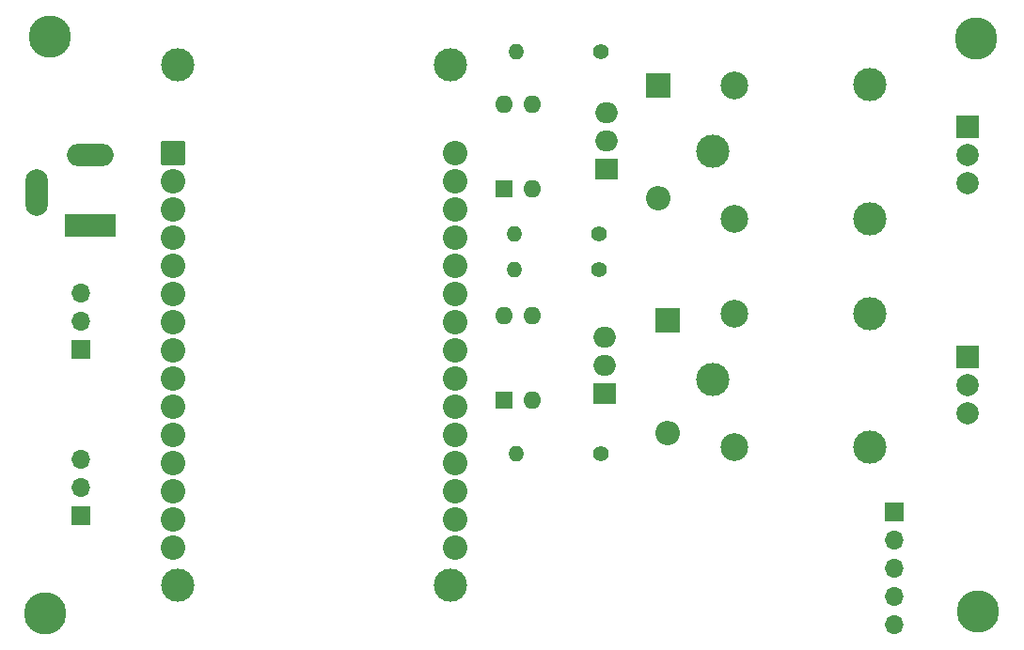
<source format=gbr>
%TF.GenerationSoftware,KiCad,Pcbnew,8.0.4+dfsg-1*%
%TF.CreationDate,2024-09-04T10:49:34-05:00*%
%TF.ProjectId,GreenHouse_automation,47726565-6e48-46f7-9573-655f6175746f,rev?*%
%TF.SameCoordinates,Original*%
%TF.FileFunction,Soldermask,Top*%
%TF.FilePolarity,Negative*%
%FSLAX46Y46*%
G04 Gerber Fmt 4.6, Leading zero omitted, Abs format (unit mm)*
G04 Created by KiCad (PCBNEW 8.0.4+dfsg-1) date 2024-09-04 10:49:34*
%MOMM*%
%LPD*%
G01*
G04 APERTURE LIST*
G04 Aperture macros list*
%AMRoundRect*
0 Rectangle with rounded corners*
0 $1 Rounding radius*
0 $2 $3 $4 $5 $6 $7 $8 $9 X,Y pos of 4 corners*
0 Add a 4 corners polygon primitive as box body*
4,1,4,$2,$3,$4,$5,$6,$7,$8,$9,$2,$3,0*
0 Add four circle primitives for the rounded corners*
1,1,$1+$1,$2,$3*
1,1,$1+$1,$4,$5*
1,1,$1+$1,$6,$7*
1,1,$1+$1,$8,$9*
0 Add four rect primitives between the rounded corners*
20,1,$1+$1,$2,$3,$4,$5,0*
20,1,$1+$1,$4,$5,$6,$7,0*
20,1,$1+$1,$6,$7,$8,$9,0*
20,1,$1+$1,$8,$9,$2,$3,0*%
G04 Aperture macros list end*
%ADD10C,3.800000*%
%ADD11R,1.700000X1.700000*%
%ADD12O,1.700000X1.700000*%
%ADD13R,2.000000X2.000000*%
%ADD14C,2.000000*%
%ADD15R,1.600000X1.600000*%
%ADD16O,1.600000X1.600000*%
%ADD17C,3.000000*%
%ADD18C,2.500000*%
%ADD19O,1.400000X1.400000*%
%ADD20C,1.400000*%
%ADD21R,2.200000X2.200000*%
%ADD22O,2.200000X2.200000*%
%ADD23R,2.000000X1.905000*%
%ADD24O,2.000000X1.905000*%
%ADD25R,4.600000X2.000000*%
%ADD26O,4.200000X2.000000*%
%ADD27O,2.000000X4.200000*%
%ADD28RoundRect,0.102000X-1.000000X-1.000000X1.000000X-1.000000X1.000000X1.000000X-1.000000X1.000000X0*%
%ADD29C,2.204000*%
G04 APERTURE END LIST*
D10*
%TO.C,*%
X87000000Y-55800000D03*
%TD*%
%TO.C,*%
X87000000Y-55800000D03*
%TD*%
%TO.C,*%
X87000000Y-55800000D03*
%TD*%
%TO.C,H3*%
X87000000Y-55800000D03*
%TD*%
%TO.C,H4*%
X3000000Y-56000000D03*
%TD*%
D11*
%TO.C,J6*%
X79400000Y-46860000D03*
D12*
X79400000Y-49400000D03*
X79400000Y-51940000D03*
X79400000Y-54480000D03*
X79400000Y-57020000D03*
%TD*%
D13*
%TO.C,J3*%
X86000000Y-32860000D03*
D14*
X86000000Y-35400000D03*
X86000000Y-37940000D03*
%TD*%
D15*
%TO.C,U3*%
X44275000Y-36750000D03*
D16*
X46815000Y-36750000D03*
X46815000Y-29130000D03*
X44275000Y-29130000D03*
%TD*%
D17*
%TO.C,K1*%
X63050000Y-14350000D03*
D18*
X65000000Y-20400000D03*
D17*
X77200000Y-20400000D03*
X77250000Y-8350000D03*
D18*
X65000000Y-8400000D03*
%TD*%
D19*
%TO.C,R3*%
X45210000Y-25000000D03*
D20*
X52830000Y-25000000D03*
%TD*%
D21*
%TO.C,D1*%
X58200000Y-8440000D03*
D22*
X58200000Y-18600000D03*
%TD*%
D20*
%TO.C,R4*%
X53030000Y-41600000D03*
D19*
X45410000Y-41600000D03*
%TD*%
D11*
%TO.C,J4*%
X6200000Y-32200000D03*
D12*
X6200000Y-29660000D03*
X6200000Y-27120000D03*
%TD*%
D23*
%TO.C,Q1*%
X53550000Y-15950000D03*
D24*
X53550000Y-13410000D03*
X53550000Y-10870000D03*
%TD*%
D15*
%TO.C,U2*%
X44275000Y-17750000D03*
D16*
X46815000Y-17750000D03*
X46815000Y-10130000D03*
X44275000Y-10130000D03*
%TD*%
D10*
%TO.C,H2*%
X86800000Y-4200000D03*
%TD*%
%TO.C,H1*%
X3400000Y-4000000D03*
%TD*%
D19*
%TO.C,R2*%
X45200000Y-21800000D03*
D20*
X52820000Y-21800000D03*
%TD*%
D12*
%TO.C,J5*%
X6200000Y-42120000D03*
X6200000Y-44660000D03*
D11*
X6200000Y-47200000D03*
%TD*%
D20*
%TO.C,R1*%
X53000000Y-5400000D03*
D19*
X45380000Y-5400000D03*
%TD*%
D25*
%TO.C,J1*%
X7000000Y-21000000D03*
D26*
X7000000Y-14700000D03*
D27*
X2200000Y-18100000D03*
%TD*%
D21*
%TO.C,D2*%
X59000000Y-29600000D03*
D22*
X59000000Y-39760000D03*
%TD*%
D23*
%TO.C,Q2*%
X53345000Y-36140000D03*
D24*
X53345000Y-33600000D03*
X53345000Y-31060000D03*
%TD*%
D17*
%TO.C,U1*%
X14920000Y-6525000D03*
X14920000Y-53475000D03*
X39430000Y-6525000D03*
X39430000Y-53475000D03*
D28*
X14500000Y-14485000D03*
D29*
X14500000Y-17025000D03*
X14500000Y-19565000D03*
X14500000Y-22105000D03*
X14500000Y-24645000D03*
X14500000Y-27185000D03*
X14500000Y-29725000D03*
X14500000Y-32265000D03*
X14500000Y-34805000D03*
X14500000Y-37345000D03*
X14500000Y-39885000D03*
X14500000Y-42425000D03*
X14500000Y-44965000D03*
X14500000Y-47505000D03*
X14500000Y-50045000D03*
X39900000Y-50045000D03*
X39900000Y-47505000D03*
X39900000Y-44965000D03*
X39900000Y-42425000D03*
X39900000Y-39885000D03*
X39900000Y-37345000D03*
X39900000Y-34805000D03*
X39900000Y-32265000D03*
X39900000Y-29725000D03*
X39900000Y-27185000D03*
X39900000Y-24645000D03*
X39900000Y-22105000D03*
X39900000Y-19565000D03*
X39900000Y-17025000D03*
X39900000Y-14485000D03*
%TD*%
D13*
%TO.C,J2*%
X86000000Y-12120000D03*
D14*
X86000000Y-14660000D03*
X86000000Y-17200000D03*
%TD*%
D17*
%TO.C,K2*%
X63050000Y-34950000D03*
D18*
X65000000Y-41000000D03*
D17*
X77200000Y-41000000D03*
X77250000Y-28950000D03*
D18*
X65000000Y-29000000D03*
%TD*%
M02*

</source>
